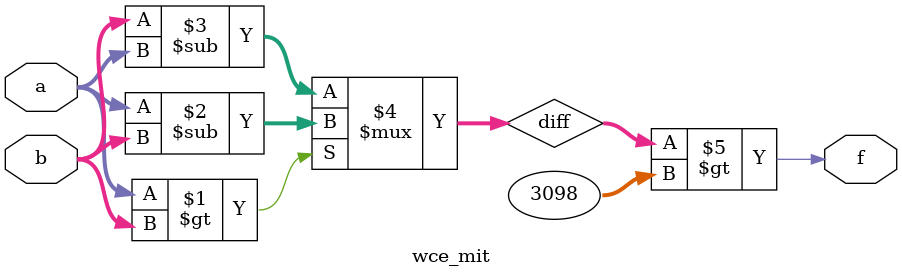
<source format=v>
module wce_mit(a, b, f);
parameter _bit = 16;
parameter wce = 3098;
input [_bit - 1: 0] a;
input [_bit - 1: 0] b;
output f;
wire [_bit - 1: 0] diff;
assign diff = (a > b)? (a - b): (b - a);
assign f = (diff > wce);
endmodule

</source>
